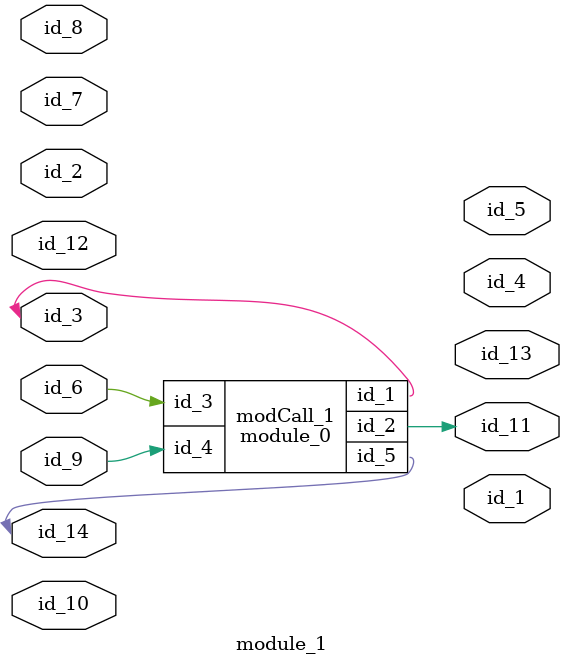
<source format=v>
module module_0 (
    id_1,
    id_2,
    id_3,
    id_4,
    id_5
);
  inout wire id_5;
  input wire id_4;
  input wire id_3;
  output wire id_2;
  output wire id_1;
  wire id_6, id_7;
  assign id_1 = id_5;
endmodule
module module_1 (
    id_1,
    id_2,
    id_3,
    id_4,
    id_5,
    id_6,
    id_7,
    id_8,
    id_9,
    id_10,
    id_11,
    id_12,
    id_13,
    id_14
);
  inout wire id_14;
  output wire id_13;
  inout wire id_12;
  output wire id_11;
  inout wire id_10;
  input wire id_9;
  input wire id_8;
  input wire id_7;
  inout wire id_6;
  output wire id_5;
  output wire id_4;
  inout wire id_3;
  inout wire id_2;
  output wire id_1;
  module_0 modCall_1 (
      id_3,
      id_11,
      id_6,
      id_9,
      id_14
  );
endmodule

</source>
